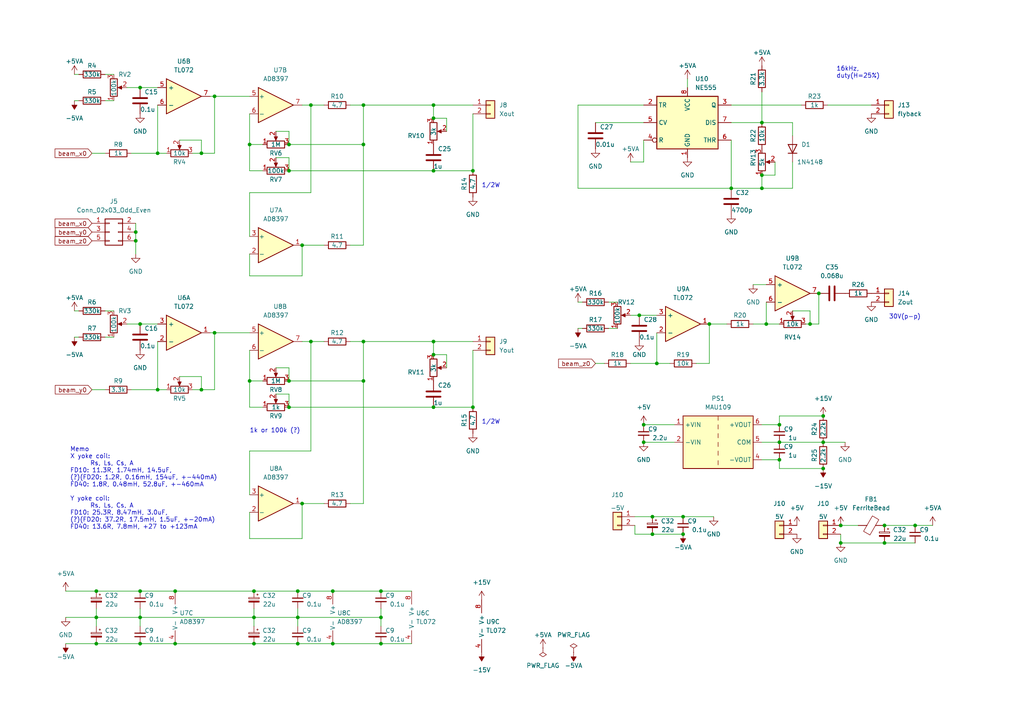
<source format=kicad_sch>
(kicad_sch (version 20230121) (generator eeschema)
  (paper "A4")
  (lib_symbols
    (symbol "000_MyLibrary:1N4148" (pin_numbers hide) (pin_names hide)
      (property "Reference" "D" (at 0 2.54 0))
      (property "Value" "1N4148" (at 0 -2.54 0))
      (symbol "1N4148_1_1"
        (pin passive line (at -3.81 0 0) (length 2.54) (name "K") (number "1"))
        (pin passive line (at 3.81 0 180) (length 2.54) (name "A") (number "2"))
      )
    )
    (symbol "000_MyLibrary:AD8397" (pin_names (offset 0.127))
      (property "Reference" "U" (at 0 5.08 0))
      (property "Value" "AD8397" (at 0 -5.08 0))
      (symbol "AD8397_1_1"
        (pin output line (at 7.62 0 180) (length 2.54) (name "~") (number "1"))
        (pin input line (at -7.62 -2.54 0) (length 2.54) (name "-") (number "2"))
        (pin input line (at -7.62 2.54 0) (length 2.54) (name "+") (number "3"))
      )
      (symbol "AD8397_2_1"
        (pin input line (at -7.62 2.54 0) (length 2.54) (name "+") (number "5"))
        (pin input line (at -7.62 -2.54 0) (length 2.54) (name "-") (number "6"))
        (pin output line (at 7.62 0 180) (length 2.54) (name "~") (number "7"))
      )
      (symbol "AD8397_3_1"
        (pin power_in line (at -2.54 -7.62 90) (length 3.81) (name "V-") (number "4"))
        (pin power_in line (at -2.54 7.62 270) (length 3.81) (name "V+") (number "8"))
      )
    )
    (symbol "000_MyLibrary:C" (pin_numbers hide) (pin_names (offset 0.254))
      (property "Reference" "C" (at 0.635 2.54 0))
      (property "Value" "C" (at 0.635 -2.54 0))
      (symbol "C_1_1"
        (pin passive line (at 0 3.81 270) (length 2.794) (name "~") (number "1"))
        (pin passive line (at 0 -3.81 90) (length 2.794) (name "~") (number "2"))
      )
    )
    (symbol "000_MyLibrary:Conn_01x02" (pin_names (offset 1.016) hide)
      (property "Reference" "J" (at 0 2.54 0))
      (property "Value" "Conn_01x02" (at 0 -5.08 0))
      (symbol "Conn_01x02_1_1"
        (pin passive line (at -5.08 0 0) (length 3.81) (name "Pin_1") (number "1"))
        (pin passive line (at -5.08 -2.54 0) (length 3.81) (name "Pin_2") (number "2"))
      )
    )
    (symbol "000_MyLibrary:Conn_02x03_Odd_Even" (pin_names (offset 1.016) hide)
      (property "Reference" "J" (at 1.27 5.08 0))
      (property "Value" "Conn_02x03_Odd_Even" (at 1.27 -5.08 0))
      (symbol "Conn_02x03_Odd_Even_1_1"
        (pin passive line (at -5.08 2.54 0) (length 3.81) (name "Pin_1") (number "1"))
        (pin passive line (at 7.62 2.54 180) (length 3.81) (name "Pin_2") (number "2"))
        (pin passive line (at -5.08 0 0) (length 3.81) (name "Pin_3") (number "3"))
        (pin passive line (at 7.62 0 180) (length 3.81) (name "Pin_4") (number "4"))
        (pin passive line (at -5.08 -2.54 0) (length 3.81) (name "Pin_5") (number "5"))
        (pin passive line (at 7.62 -2.54 180) (length 3.81) (name "Pin_6") (number "6"))
      )
    )
    (symbol "000_MyLibrary:FerriteBead" (pin_numbers hide) (pin_names (offset 0))
      (property "Reference" "FB" (at -3.81 0.635 90))
      (property "Value" "FerriteBead" (at 3.81 0 90))
      (symbol "FerriteBead_1_1"
        (pin passive line (at 0 3.81 270) (length 2.54) (name "~") (number "1"))
        (pin passive line (at 0 -3.81 90) (length 2.54) (name "~") (number "2"))
      )
    )
    (symbol "000_MyLibrary:MAU109"
      (property "Reference" "PS" (at 0 11.43 0))
      (property "Value" "MAU109" (at 0 8.89 0))
      (symbol "MAU109_1_1"
        (pin power_in line (at -12.7 5.08 0) (length 2.54) (name "+VIN") (number "1"))
        (pin power_in line (at -12.7 0 0) (length 2.54) (name "-VIN") (number "2"))
        (pin power_out line (at 12.7 -5.08 180) (length 2.54) (name "-VOUT") (number "4"))
        (pin passive line (at 12.7 0 180) (length 2.54) (name "COM") (number "5"))
        (pin power_out line (at 12.7 5.08 180) (length 2.54) (name "+VOUT") (number "6"))
      )
    )
    (symbol "000_MyLibrary:NE555P"
      (property "Reference" "U" (at -10.16 8.89 0))
      (property "Value" "NE555P" (at 2.54 8.89 0))
      (symbol "NE555P_0_0"
        (pin power_in line (at 0 -10.16 90) (length 2.54) (name "GND") (number "1"))
        (pin power_in line (at 0 10.16 270) (length 2.54) (name "VCC") (number "8"))
      )
      (symbol "NE555P_1_1"
        (pin input line (at -12.7 5.08 0) (length 3.81) (name "TR") (number "2"))
        (pin output line (at 12.7 5.08 180) (length 3.81) (name "Q") (number "3"))
        (pin input inverted (at -12.7 -5.08 0) (length 3.81) (name "R") (number "4"))
        (pin input line (at -12.7 0 0) (length 3.81) (name "CV") (number "5"))
        (pin input line (at 12.7 -5.08 180) (length 3.81) (name "THR") (number "6"))
        (pin input line (at 12.7 0 180) (length 3.81) (name "DIS") (number "7"))
      )
    )
    (symbol "000_MyLibrary:Opamp_Dual"
      (property "Reference" "U" (at 0 5.08 0))
      (property "Value" "Opamp_Dual" (at 0 -5.08 0))
      (symbol "Opamp_Dual_1_1"
        (pin output line (at 7.62 0 180) (length 2.54) (name "~") (number "1"))
        (pin input line (at -7.62 -2.54 0) (length 2.54) (name "-") (number "2"))
        (pin input line (at -7.62 2.54 0) (length 2.54) (name "+") (number "3"))
      )
      (symbol "Opamp_Dual_2_1"
        (pin input line (at -7.62 2.54 0) (length 2.54) (name "+") (number "5"))
        (pin input line (at -7.62 -2.54 0) (length 2.54) (name "-") (number "6"))
        (pin output line (at 7.62 0 180) (length 2.54) (name "~") (number "7"))
      )
      (symbol "Opamp_Dual_3_1"
        (pin power_in line (at -2.54 -7.62 90) (length 3.81) (name "V-") (number "4"))
        (pin power_in line (at -2.54 7.62 270) (length 3.81) (name "V+") (number "8"))
      )
    )
    (symbol "000_MyLibrary:R" (pin_numbers hide) (pin_names (offset 0))
      (property "Reference" "R" (at 2.032 0 90))
      (property "Value" "R" (at 0 0 90))
      (symbol "R_1_1"
        (pin passive line (at 0 3.81 270) (length 1.27) (name "~") (number "1"))
        (pin passive line (at 0 -3.81 90) (length 1.27) (name "~") (number "2"))
      )
    )
    (symbol "000_MyLibrary:R_Potentiometer" (pin_names (offset 1.016) hide)
      (property "Reference" "RV" (at -4.445 0 90))
      (property "Value" "R_Potentiometer" (at -2.54 0 90))
      (symbol "R_Potentiometer_1_1"
        (pin passive line (at 0 3.81 270) (length 1.27) (name "1") (number "1"))
        (pin passive line (at 3.81 0 180) (length 1.27) (name "2") (number "2"))
        (pin passive line (at 0 -3.81 90) (length 1.27) (name "3") (number "3"))
      )
    )
    (symbol "Device:C_Polarized_Small" (pin_numbers hide) (pin_names (offset 0.254) hide)
      (property "Reference" "C" (at 0.254 1.778 0))
      (property "Value" "C_Polarized_Small" (at 0.254 -2.032 0))
      (symbol "C_Polarized_Small_1_1"
        (pin passive line (at 0 2.54 270) (length 1.8542) (name "~") (number "1"))
        (pin passive line (at 0 -2.54 90) (length 1.8542) (name "~") (number "2"))
      )
    )
    (symbol "Device:C_Small" (pin_numbers hide) (pin_names (offset 0.254) hide)
      (property "Reference" "C" (at 0.254 1.778 0))
      (property "Value" "C_Small" (at 0.254 -2.032 0))
      (symbol "C_Small_1_1"
        (pin passive line (at 0 2.54 270) (length 2.032) (name "~") (number "1"))
        (pin passive line (at 0 -2.54 90) (length 2.032) (name "~") (number "2"))
      )
    )
    (symbol "power:+15V" (power) (pin_names (offset 0))
      (property "Value" "+15V" (at 0 3.556 0))
      (symbol "+15V_1_1"
        (pin power_in line (at 0 0 90) (length 0) hide (name "+15V") (number "1"))
      )
    )
    (symbol "power:+5V" (power) (pin_names (offset 0))
      (property "Value" "+5V" (at 0 3.556 0))
      (symbol "+5V_1_1"
        (pin power_in line (at 0 0 90) (length 0) hide (name "+5V") (number "1"))
      )
    )
    (symbol "power:+5VA" (power) (pin_names (offset 0))
      (property "Value" "+5VA" (at 0 3.556 0))
      (symbol "+5VA_1_1"
        (pin power_in line (at 0 0 90) (length 0) hide (name "+5VA") (number "1"))
      )
    )
    (symbol "power:-15V" (power) (pin_names (offset 0))
      (property "Value" "-15V" (at 0 3.81 0))
      (symbol "-15V_0_0"
        (pin power_in line (at 0 0 90) (length 0) hide (name "-15V") (number "1"))
      )
    )
    (symbol "power:-5VA" (power) (pin_names (offset 0))
      (property "Value" "-5VA" (at 0 3.81 0))
      (symbol "-5VA_0_0"
        (pin power_in line (at 0 0 90) (length 0) hide (name "-5VA") (number "1"))
      )
    )
    (symbol "power:GND" (power) (pin_names (offset 0))
      (property "Value" "GND" (at 0 -3.81 0))
      (symbol "GND_1_1"
        (pin power_in line (at 0 0 270) (length 0) hide (name "GND") (number "1"))
      )
    )
    (symbol "power:PWR_FLAG" (power) (pin_numbers hide) (pin_names (offset 0) hide)
      (property "Value" "PWR_FLAG" (at 0 3.81 0))
      (symbol "PWR_FLAG_0_0"
        (pin power_out line (at 0 0 90) (length 0) (name "pwr") (number "1"))
      )
    )
  )
  (junction (at 105.41 110.49))
  (junction (at 40.64 171.45))
  (junction (at 86.36 179.07))
  (junction (at 198.12 149.86))
  (junction (at 90.17 30.48))
  (junction (at 86.36 171.45))
  (junction (at 189.23 149.86))
  (junction (at 125.73 99.06))
  (junction (at 125.73 30.48))
  (junction (at 40.64 93.98))
  (junction (at 40.64 186.69))
  (junction (at 265.43 152.4))
  (junction (at 40.64 25.4))
  (junction (at 105.41 30.48))
  (junction (at 256.54 157.48))
  (junction (at 125.73 34.29))
  (junction (at 73.66 171.45))
  (junction (at 105.41 99.06))
  (junction (at 27.94 186.69))
  (junction (at 72.39 110.49))
  (junction (at 205.74 93.98))
  (junction (at 62.23 96.52))
  (junction (at 45.72 113.03))
  (junction (at 73.66 186.69))
  (junction (at 72.39 41.91))
  (junction (at 238.76 135.89))
  (junction (at 234.95 93.98))
  (junction (at 220.98 35.56))
  (junction (at 96.52 171.45))
  (junction (at 73.66 179.07))
  (junction (at 226.06 123.19))
  (junction (at 220.98 54.61))
  (junction (at 110.49 186.69))
  (junction (at 198.12 154.94))
  (junction (at 40.64 179.07))
  (junction (at 137.16 49.53))
  (junction (at 125.73 118.11))
  (junction (at 237.49 85.09))
  (junction (at 110.49 171.45))
  (junction (at 83.82 110.49))
  (junction (at 137.16 118.11))
  (junction (at 190.5 105.41))
  (junction (at 27.94 171.45))
  (junction (at 186.69 128.27))
  (junction (at 27.94 179.07))
  (junction (at 50.8 171.45))
  (junction (at 39.37 69.85))
  (junction (at 105.41 41.91))
  (junction (at 243.84 157.48))
  (junction (at 256.54 152.4))
  (junction (at 125.73 102.87))
  (junction (at 222.25 93.98))
  (junction (at 50.8 186.69))
  (junction (at 238.76 120.65))
  (junction (at 39.37 67.31))
  (junction (at 243.84 152.4))
  (junction (at 58.42 113.03))
  (junction (at 96.52 186.69))
  (junction (at 83.82 49.53))
  (junction (at 186.69 123.19))
  (junction (at 238.76 128.27))
  (junction (at 83.82 118.11))
  (junction (at 87.63 146.05))
  (junction (at 226.06 133.35))
  (junction (at 87.63 71.12))
  (junction (at 125.73 49.53))
  (junction (at 212.09 54.61))
  (junction (at 62.23 27.94))
  (junction (at 58.42 44.45))
  (junction (at 185.42 91.44))
  (junction (at 45.72 44.45))
  (junction (at 220.98 50.8))
  (junction (at 83.82 41.91))
  (junction (at 189.23 154.94))
  (junction (at 226.06 128.27))
  (junction (at 90.17 99.06))
  (junction (at 86.36 186.69))
  (junction (at 110.49 179.07))
  (wire (pts (xy 72.39 148.59) (xy 72.39 156.21)))
  (wire (pts (xy 55.88 113.03) (xy 58.42 113.03)))
  (wire (pts (xy 62.23 27.94) (xy 62.23 44.45)))
  (wire (pts (xy 83.82 106.68) (xy 83.82 110.49)))
  (wire (pts (xy 222.25 87.63) (xy 222.25 93.98)))
  (wire (pts (xy 83.82 49.53) (xy 125.73 49.53)))
  (wire (pts (xy 205.74 93.98) (xy 210.82 93.98)))
  (wire (pts (xy 86.36 181.61) (xy 86.36 179.07)))
  (wire (pts (xy 86.36 186.69) (xy 96.52 186.69)))
  (wire (pts (xy 21.59 29.21) (xy 22.86 29.21)))
  (wire (pts (xy 110.49 176.53) (xy 110.49 179.07)))
  (wire (pts (xy 50.8 171.45) (xy 73.66 171.45)))
  (wire (pts (xy 229.87 35.56) (xy 229.87 39.37)))
  (wire (pts (xy 62.23 27.94) (xy 72.39 27.94)))
  (wire (pts (xy 198.12 149.86) (xy 207.01 149.86)))
  (wire (pts (xy 105.41 110.49) (xy 105.41 146.05)))
  (wire (pts (xy 226.06 120.65) (xy 238.76 120.65)))
  (wire (pts (xy 72.39 55.88) (xy 90.17 55.88)))
  (wire (pts (xy 229.87 54.61) (xy 229.87 46.99)))
  (wire (pts (xy 105.41 30.48) (xy 105.41 41.91)))
  (wire (pts (xy 233.68 93.98) (xy 234.95 93.98)))
  (wire (pts (xy 73.66 176.53) (xy 73.66 179.07)))
  (wire (pts (xy 86.36 176.53) (xy 86.36 179.07)))
  (wire (pts (xy 19.05 179.07) (xy 27.94 179.07)))
  (wire (pts (xy 73.66 179.07) (xy 86.36 179.07)))
  (wire (pts (xy 243.84 154.94) (xy 243.84 157.48)))
  (wire (pts (xy 218.44 82.55) (xy 222.25 82.55)))
  (wire (pts (xy 232.41 30.48) (xy 212.09 30.48)))
  (wire (pts (xy 58.42 44.45) (xy 62.23 44.45)))
  (wire (pts (xy 87.63 99.06) (xy 90.17 99.06)))
  (wire (pts (xy 186.69 30.48) (xy 167.64 30.48)))
  (wire (pts (xy 36.83 93.98) (xy 40.64 93.98)))
  (wire (pts (xy 185.42 91.44) (xy 190.5 91.44)))
  (wire (pts (xy 27.94 176.53) (xy 27.94 179.07)))
  (wire (pts (xy 50.8 186.69) (xy 73.66 186.69)))
  (wire (pts (xy 105.41 30.48) (xy 125.73 30.48)))
  (wire (pts (xy 220.98 50.8) (xy 220.98 54.61)))
  (wire (pts (xy 176.53 95.25) (xy 179.07 95.25)))
  (wire (pts (xy 212.09 40.64) (xy 212.09 54.61)))
  (wire (pts (xy 96.52 171.45) (xy 110.49 171.45)))
  (wire (pts (xy 38.1 113.03) (xy 45.72 113.03)))
  (wire (pts (xy 101.6 146.05) (xy 105.41 146.05)))
  (wire (pts (xy 27.94 186.69) (xy 40.64 186.69)))
  (wire (pts (xy 90.17 130.81) (xy 72.39 130.81)))
  (wire (pts (xy 72.39 130.81) (xy 72.39 143.51)))
  (wire (pts (xy 19.05 171.45) (xy 27.94 171.45)))
  (wire (pts (xy 125.73 49.53) (xy 137.16 49.53)))
  (wire (pts (xy 176.53 87.63) (xy 179.07 87.63)))
  (wire (pts (xy 105.41 99.06) (xy 125.73 99.06)))
  (wire (pts (xy 21.59 21.59) (xy 22.86 21.59)))
  (wire (pts (xy 172.72 35.56) (xy 186.69 35.56)))
  (wire (pts (xy 40.64 25.4) (xy 45.72 25.4)))
  (wire (pts (xy 90.17 30.48) (xy 90.17 55.88)))
  (wire (pts (xy 222.25 93.98) (xy 226.06 93.98)))
  (wire (pts (xy 105.41 71.12) (xy 101.6 71.12)))
  (wire (pts (xy 86.36 171.45) (xy 96.52 171.45)))
  (wire (pts (xy 40.64 186.69) (xy 50.8 186.69)))
  (wire (pts (xy 186.69 128.27) (xy 195.58 128.27)))
  (wire (pts (xy 72.39 156.21) (xy 87.63 156.21)))
  (wire (pts (xy 58.42 40.64) (xy 58.42 44.45)))
  (wire (pts (xy 125.73 118.11) (xy 137.16 118.11)))
  (wire (pts (xy 167.64 30.48) (xy 167.64 54.61)))
  (wire (pts (xy 55.88 44.45) (xy 58.42 44.45)))
  (wire (pts (xy 186.69 123.19) (xy 195.58 123.19)))
  (wire (pts (xy 220.98 35.56) (xy 229.87 35.56)))
  (wire (pts (xy 129.54 34.29) (xy 125.73 34.29)))
  (wire (pts (xy 83.82 114.3) (xy 83.82 118.11)))
  (wire (pts (xy 234.95 93.98) (xy 237.49 93.98)))
  (wire (pts (xy 80.01 106.68) (xy 83.82 106.68)))
  (wire (pts (xy 220.98 128.27) (xy 226.06 128.27)))
  (wire (pts (xy 73.66 186.69) (xy 86.36 186.69)))
  (wire (pts (xy 125.73 99.06) (xy 137.16 99.06)))
  (wire (pts (xy 39.37 69.85) (xy 39.37 73.66)))
  (wire (pts (xy 238.76 128.27) (xy 245.11 128.27)))
  (wire (pts (xy 30.48 21.59) (xy 33.02 21.59)))
  (wire (pts (xy 87.63 71.12) (xy 93.98 71.12)))
  (wire (pts (xy 184.15 149.86) (xy 189.23 149.86)))
  (wire (pts (xy 129.54 38.1) (xy 129.54 34.29)))
  (wire (pts (xy 52.07 109.22) (xy 58.42 109.22)))
  (wire (pts (xy 234.95 90.17) (xy 234.95 93.98)))
  (wire (pts (xy 189.23 149.86) (xy 198.12 149.86)))
  (wire (pts (xy 39.37 64.77) (xy 39.37 67.31)))
  (wire (pts (xy 220.98 50.8) (xy 224.79 50.8)))
  (wire (pts (xy 182.88 46.99) (xy 186.69 46.99)))
  (wire (pts (xy 220.98 123.19) (xy 226.06 123.19)))
  (wire (pts (xy 27.94 179.07) (xy 40.64 179.07)))
  (wire (pts (xy 76.2 110.49) (xy 72.39 110.49)))
  (wire (pts (xy 184.15 152.4) (xy 184.15 154.94)))
  (wire (pts (xy 60.96 96.52) (xy 62.23 96.52)))
  (wire (pts (xy 190.5 105.41) (xy 194.31 105.41)))
  (wire (pts (xy 243.84 157.48) (xy 256.54 157.48)))
  (wire (pts (xy 90.17 30.48) (xy 93.98 30.48)))
  (wire (pts (xy 40.64 179.07) (xy 73.66 179.07)))
  (wire (pts (xy 27.94 181.61) (xy 27.94 179.07)))
  (wire (pts (xy 83.82 38.1) (xy 83.82 41.91)))
  (wire (pts (xy 125.73 99.06) (xy 125.73 102.87)))
  (wire (pts (xy 229.87 90.17) (xy 234.95 90.17)))
  (wire (pts (xy 175.26 105.41) (xy 172.72 105.41)))
  (wire (pts (xy 58.42 109.22) (xy 58.42 113.03)))
  (wire (pts (xy 76.2 49.53) (xy 72.39 49.53)))
  (wire (pts (xy 265.43 152.4) (xy 270.51 152.4)))
  (wire (pts (xy 137.16 101.6) (xy 137.16 118.11)))
  (wire (pts (xy 30.48 29.21) (xy 33.02 29.21)))
  (wire (pts (xy 167.64 54.61) (xy 212.09 54.61)))
  (wire (pts (xy 62.23 96.52) (xy 72.39 96.52)))
  (wire (pts (xy 110.49 179.07) (xy 110.49 181.61)))
  (wire (pts (xy 86.36 179.07) (xy 110.49 179.07)))
  (wire (pts (xy 105.41 99.06) (xy 105.41 110.49)))
  (wire (pts (xy 30.48 90.17) (xy 33.02 90.17)))
  (wire (pts (xy 80.01 114.3) (xy 83.82 114.3)))
  (wire (pts (xy 27.94 171.45) (xy 40.64 171.45)))
  (wire (pts (xy 205.74 93.98) (xy 205.74 105.41)))
  (wire (pts (xy 226.06 135.89) (xy 238.76 135.89)))
  (wire (pts (xy 125.73 30.48) (xy 125.73 34.29)))
  (wire (pts (xy 36.83 25.4) (xy 40.64 25.4)))
  (wire (pts (xy 40.64 93.98) (xy 45.72 93.98)))
  (wire (pts (xy 87.63 71.12) (xy 87.63 80.01)))
  (wire (pts (xy 76.2 118.11) (xy 72.39 118.11)))
  (wire (pts (xy 129.54 102.87) (xy 125.73 102.87)))
  (wire (pts (xy 220.98 26.67) (xy 220.98 35.56)))
  (wire (pts (xy 60.96 27.94) (xy 62.23 27.94)))
  (wire (pts (xy 129.54 106.68) (xy 129.54 102.87)))
  (wire (pts (xy 125.73 30.48) (xy 137.16 30.48)))
  (wire (pts (xy 83.82 110.49) (xy 105.41 110.49)))
  (wire (pts (xy 189.23 154.94) (xy 198.12 154.94)))
  (wire (pts (xy 40.64 171.45) (xy 50.8 171.45)))
  (wire (pts (xy 30.48 97.79) (xy 33.02 97.79)))
  (wire (pts (xy 21.59 90.17) (xy 22.86 90.17)))
  (wire (pts (xy 167.64 95.25) (xy 168.91 95.25)))
  (wire (pts (xy 226.06 123.19) (xy 226.06 120.65)))
  (wire (pts (xy 182.88 91.44) (xy 185.42 91.44)))
  (wire (pts (xy 105.41 41.91) (xy 105.41 71.12)))
  (wire (pts (xy 87.63 146.05) (xy 87.63 156.21)))
  (wire (pts (xy 73.66 171.45) (xy 86.36 171.45)))
  (wire (pts (xy 243.84 152.4) (xy 248.92 152.4)))
  (wire (pts (xy 48.26 44.45) (xy 45.72 44.45)))
  (wire (pts (xy 226.06 128.27) (xy 238.76 128.27)))
  (wire (pts (xy 184.15 154.94) (xy 189.23 154.94)))
  (wire (pts (xy 72.39 73.66) (xy 72.39 80.01)))
  (wire (pts (xy 90.17 99.06) (xy 90.17 130.81)))
  (wire (pts (xy 72.39 80.01) (xy 87.63 80.01)))
  (wire (pts (xy 58.42 113.03) (xy 62.23 113.03)))
  (wire (pts (xy 212.09 35.56) (xy 220.98 35.56)))
  (wire (pts (xy 182.88 105.41) (xy 190.5 105.41)))
  (wire (pts (xy 48.26 113.03) (xy 45.72 113.03)))
  (wire (pts (xy 83.82 41.91) (xy 105.41 41.91)))
  (wire (pts (xy 80.01 45.72) (xy 83.82 45.72)))
  (wire (pts (xy 72.39 68.58) (xy 72.39 55.88)))
  (wire (pts (xy 167.64 87.63) (xy 168.91 87.63)))
  (wire (pts (xy 40.64 181.61) (xy 40.64 179.07)))
  (wire (pts (xy 45.72 44.45) (xy 45.72 30.48)))
  (wire (pts (xy 224.79 46.99) (xy 224.79 50.8)))
  (wire (pts (xy 240.03 30.48) (xy 252.73 30.48)))
  (wire (pts (xy 76.2 41.91) (xy 72.39 41.91)))
  (wire (pts (xy 38.1 44.45) (xy 45.72 44.45)))
  (wire (pts (xy 72.39 33.02) (xy 72.39 41.91)))
  (wire (pts (xy 26.67 113.03) (xy 30.48 113.03)))
  (wire (pts (xy 45.72 99.06) (xy 45.72 113.03)))
  (wire (pts (xy 83.82 45.72) (xy 83.82 49.53)))
  (wire (pts (xy 87.63 146.05) (xy 93.98 146.05)))
  (wire (pts (xy 218.44 93.98) (xy 222.25 93.98)))
  (wire (pts (xy 237.49 93.98) (xy 237.49 85.09)))
  (wire (pts (xy 96.52 186.69) (xy 110.49 186.69)))
  (wire (pts (xy 212.09 54.61) (xy 220.98 54.61)))
  (wire (pts (xy 226.06 133.35) (xy 226.06 135.89)))
  (wire (pts (xy 90.17 99.06) (xy 93.98 99.06)))
  (wire (pts (xy 256.54 152.4) (xy 265.43 152.4)))
  (wire (pts (xy 201.93 105.41) (xy 205.74 105.41)))
  (wire (pts (xy 137.16 33.02) (xy 137.16 49.53)))
  (wire (pts (xy 87.63 30.48) (xy 90.17 30.48)))
  (wire (pts (xy 186.69 40.64) (xy 186.69 46.99)))
  (wire (pts (xy 110.49 171.45) (xy 119.38 171.45)))
  (wire (pts (xy 52.07 40.64) (xy 58.42 40.64)))
  (wire (pts (xy 62.23 113.03) (xy 62.23 96.52)))
  (wire (pts (xy 21.59 97.79) (xy 22.86 97.79)))
  (wire (pts (xy 220.98 54.61) (xy 229.87 54.61)))
  (wire (pts (xy 80.01 38.1) (xy 83.82 38.1)))
  (wire (pts (xy 101.6 99.06) (xy 105.41 99.06)))
  (wire (pts (xy 220.98 133.35) (xy 226.06 133.35)))
  (wire (pts (xy 110.49 186.69) (xy 119.38 186.69)))
  (wire (pts (xy 72.39 41.91) (xy 72.39 49.53)))
  (wire (pts (xy 83.82 118.11) (xy 125.73 118.11)))
  (wire (pts (xy 72.39 101.6) (xy 72.39 110.49)))
  (wire (pts (xy 72.39 110.49) (xy 72.39 118.11)))
  (wire (pts (xy 39.37 67.31) (xy 39.37 69.85)))
  (wire (pts (xy 199.39 22.86) (xy 199.39 25.4)))
  (wire (pts (xy 190.5 96.52) (xy 190.5 105.41)))
  (wire (pts (xy 40.64 176.53) (xy 40.64 179.07)))
  (wire (pts (xy 73.66 181.61) (xy 73.66 179.07)))
  (wire (pts (xy 19.05 186.69) (xy 27.94 186.69)))
  (wire (pts (xy 256.54 157.48) (xy 265.43 157.48)))
  (wire (pts (xy 26.67 44.45) (xy 30.48 44.45)))
  (wire (pts (xy 105.41 30.48) (xy 101.6 30.48)))
  (text "1k or 100k (?)" (at 72.39 125.73 0) (effects (font (size 1.27 1.27)) (justify left bottom)))
  (text "30V(p-p)" (at 257.81 92.71 0) (effects (font (size 1.27 1.27)) (justify left bottom)))
  (text "16kHz,\nduty(H=25%)" (at 242.57 22.86 0) (effects (font (size 1.27 1.27)) (justify left bottom)))
  (text "1/2W" (at 139.7 54.61 0) (effects (font (size 1.27 1.27)) (justify left bottom)))
  (text "1/2W" (at 139.7 123.19 0) (effects (font (size 1.27 1.27)) (justify left bottom)))
  (text "Memo\nX yoke coil:\n      Rs, Ls, Cs, A\nFD10: 11.3R, 1.74mH, 14.5uF, \n(?)(FD20: 1.2R, 0.16mH, 154uF, +-440mA)\nFD40: 1.8R, 0.48mH, 52.8uF, +-460mA\n\nY yoke coil:\n      Rs, Ls, Cs, A\nFD10: 25.3R, 8.47mH, 3.0uF,\n(?)(FD20: 37.2R, 17.5mH, 1.5uF, +-20mA)\nFD40: 13.6R, 7.8mH, +27 to +123mA" (at 20.32 153.67 0) (effects (font (size 1.27 1.27)) (justify left bottom)))
  (global_label "beam_z0" (shape input) (at 172.72 105.41 180) (property "Intersheetrefs" "${INTERSHEET_REFS}" (effects hide)))
  (global_label "beam_y0" (shape input) (at 26.67 67.31 180) (property "Intersheetrefs" "${INTERSHEET_REFS}" (effects hide)))
  (global_label "beam_x0" (shape input) (at 26.67 44.45 180) (property "Intersheetrefs" "${INTERSHEET_REFS}" (effects hide)))
  (global_label "beam_z0" (shape input) (at 26.67 69.85 180) (property "Intersheetrefs" "${INTERSHEET_REFS}" (effects hide)))
  (global_label "beam_y0" (shape input) (at 26.67 113.03 180) (property "Intersheetrefs" "${INTERSHEET_REFS}" (effects hide)))
  (global_label "beam_x0" (shape input) (at 26.67 64.77 180) (property "Intersheetrefs" "${INTERSHEET_REFS}" (effects hide)))
  (symbol (lib_id "Device:C_Small") (at 226.06 125.73 0) (unit 1)
    (property "Reference" "C9" (at 227.33 124.46 0) (effects (justify left)))
    (property "Value" "1u" (at 228.6 127 0) (effects (justify left)))
    (property "Footprint" "000_MyFootprint:C_0603_1608Metric_Pad1.08x0.95mm_HandSolder" (effects hide))
    (instances (project "tangnano20k-vectrex" (path "" (reference "C9") (unit 1)) (path "" (reference "C33") (unit 1))))
  )
  (symbol (lib_id "power:+5VA") (at 167.64 87.63 0) (unit 1)
    (property "Reference" "#PWR052" (effects hide))
    (property "Value" "+5VA" (at 167.64 83.82 0))
    (instances (project "tangnano20k-vectrex" (path "" (reference "#PWR052") (unit 1))) (project "XYamp" (path "" (reference "#PWR04") (unit 1))))
  )
  (symbol (lib_id "000_MyLibrary:Opamp_Dual") (at 229.87 85.09 0) (unit 2)
    (property "Reference" "U9" (at 229.87 74.93 0))
    (property "Value" "TL072" (at 229.87 77.47 0))
    (property "Footprint" "000_MyFootprint:DIP-8_W7.62mm" (effects hide))
    (instances (project "tangnano20k-vectrex" (path "" (reference "U9") (unit 2))) (project "XYamp" (path "" (reference "U4") (unit 2))))
  )
  (symbol (lib_id "power:+15V") (at 238.76 120.65 0) (unit 1)
    (property "Reference" "#PWR068" (effects hide))
    (property "Value" "+15V" (at 238.76 115.57 0))
    (instances (project "tangnano20k-vectrex" (path "" (reference "#PWR068") (unit 1))) (project "XYamp" (path "" (reference "#PWR011") (unit 1))))
  )
  (symbol (lib_id "Device:C_Polarized_Small") (at 73.66 173.99 0) (mirror y) (unit 1)
    (property "Reference" "C32" (at 80.01 172.72 0) (effects (justify left)))
    (property "Value" "22u" (at 80.01 175.26 0) (effects (justify left)))
    (property "Footprint" "000_MyFootprint:CP_EIA-3528-15_AVX-H_Pad1.50x2.35mm_HandSolder" (effects hide))
    (instances (project "tangnano20k-vectrex" (path "" (reference "C32") (unit 1)) (path "" (reference "C19") (unit 1))))
  )
  (symbol (lib_id "Device:C_Polarized_Small") (at 189.23 152.4 0) (mirror y) (unit 1)
    (property "Reference" "C32" (at 195.58 151.13 0) (effects (justify left)))
    (property "Value" "22u" (at 195.58 153.67 0) (effects (justify left)))
    (property "Footprint" "000_MyFootprint:CP_EIA-3528-15_AVX-H_Pad1.50x2.35mm_HandSolder" (effects hide))
    (instances (project "tangnano20k-vectrex" (path "" (reference "C32") (unit 1)) (path "" (reference "C30") (unit 1))))
  )
  (symbol (lib_id "Device:C_Small") (at 40.64 184.15 0) (unit 1)
    (property "Reference" "C9" (at 41.91 182.88 0) (effects (justify left)))
    (property "Value" "0.1u" (at 43.18 185.42 0) (effects (justify left)))
    (property "Footprint" "000_MyFootprint:C_0603_1608Metric_Pad1.08x0.95mm_HandSolder" (effects hide))
    (instances (project "tangnano20k-vectrex" (path "" (reference "C9") (unit 1)) (path "" (reference "C18") (unit 1))))
  )
  (symbol (lib_id "000_MyLibrary:NE555P") (at 199.39 35.56 0) (unit 1)
    (property "Reference" "U10" (at 201.5841 22.86 0) (effects (justify left)))
    (property "Value" "NE555" (at 201.5841 25.4 0) (effects (justify left)))
    (property "Footprint" "000_MyFootprint:DIP-8_W7.62mm" (effects hide))
    (property "Datasheet" "http://www.ti.com/lit/ds/symlink/ne555.pdf" (effects hide))
    (instances (project "tangnano20k-vectrex" (path "" (reference "U10") (unit 1))) (project "XYamp" (path "" (reference "U2") (unit 1))))
  )
  (symbol (lib_id "power:GND") (at 252.73 33.02 0) (unit 1)
    (property "Reference" "#PWR073" (effects hide))
    (property "Value" "GND" (at 252.73 38.1 0))
    (instances (project "tangnano20k-vectrex" (path "" (reference "#PWR073") (unit 1))) (project "XYamp" (path "" (reference "#PWR09") (unit 1))))
  )
  (symbol (lib_id "power:GND") (at 40.64 33.02 0) (unit 1)
    (property "Reference" "#PWR044" (effects hide))
    (property "Value" "GND" (at 40.64 38.1 0))
    (instances (project "tangnano20k-vectrex" (path "" (reference "#PWR044") (unit 1))) (project "XYamp" (path "" (reference "#PWR09") (unit 1))))
  )
  (symbol (lib_id "000_MyLibrary:R") (at 26.67 97.79 90) (unit 1)
    (property "Reference" "R7" (at 26.67 95.25 90))
    (property "Value" "330k" (at 26.67 97.79 90))
    (property "Footprint" "000_MyFootprint:R_Axial_DIN0207_L6.3mm_D2.5mm_P2.54mm_Vertical" (effects hide))
    (instances (project "tangnano20k-vectrex" (path "" (reference "R7") (unit 1))) (project "XYamp" (path "" (reference "R3") (unit 1))))
  )
  (symbol (lib_id "000_MyLibrary:Conn_01x02") (at 179.07 149.86 0) (mirror y) (unit 1)
    (property "Reference" "J10" (at 179.07 143.51 0))
    (property "Value" "-5V" (at 179.07 147.32 0))
    (property "Footprint" "000_MyFootprint:PinHeader_1x02_P2.54mm_Vertical" (effects hide))
  )
  (symbol (lib_id "Device:C_Small") (at 226.06 130.81 0) (unit 1)
    (property "Reference" "C9" (at 227.33 129.54 0) (effects (justify left)))
    (property "Value" "1u" (at 228.6 132.08 0) (effects (justify left)))
    (property "Footprint" "000_MyFootprint:C_0603_1608Metric_Pad1.08x0.95mm_HandSolder" (effects hide))
    (instances (project "tangnano20k-vectrex" (path "" (reference "C9") (unit 1)) (path "" (reference "C34") (unit 1))))
  )
  (symbol (lib_id "000_MyLibrary:R") (at 172.72 87.63 90) (unit 1)
    (property "Reference" "R16" (at 172.72 85.09 90))
    (property "Value" "330k" (at 172.72 87.63 90))
    (property "Footprint" "000_MyFootprint:R_Axial_DIN0207_L6.3mm_D2.5mm_P2.54mm_Vertical" (effects hide))
    (instances (project "tangnano20k-vectrex" (path "" (reference "R16") (unit 1))) (project "XYamp" (path "" (reference "R3") (unit 1))))
  )
  (symbol (lib_id "power:PWR_FLAG") (at 166.37 189.23 0) (mirror y) (unit 1)
    (property "Reference" "#FLG04" (effects hide))
    (property "Value" "PWR_FLAG" (at 166.37 184.15 0))
    (instances (project "tangnano20k-vectrex" (path "" (reference "#FLG04") (unit 1)) (path "" (reference "#FLG06") (unit 1))))
  )
  (symbol (lib_id "Device:C_Small") (at 86.36 184.15 0) (unit 1)
    (property "Reference" "C9" (at 87.63 182.88 0) (effects (justify left)))
    (property "Value" "0.1u" (at 88.9 185.42 0) (effects (justify left)))
    (property "Footprint" "000_MyFootprint:C_0603_1608Metric_Pad1.08x0.95mm_HandSolder" (effects hide))
    (instances (project "tangnano20k-vectrex" (path "" (reference "C9") (unit 1)) (path "" (reference "C22") (unit 1))))
  )
  (symbol (lib_id "000_MyLibrary:R") (at 34.29 113.03 90) (unit 1)
    (property "Reference" "R9" (at 34.29 110.49 90))
    (property "Value" "3.3k" (at 34.29 113.03 90))
    (property "Footprint" "000_MyFootprint:R_Axial_DIN0207_L6.3mm_D2.5mm_P2.54mm_Vertical" (effects hide))
    (instances (project "tangnano20k-vectrex" (path "" (reference "R9") (unit 1))) (project "XYamp" (path "" (reference "R2") (unit 1))))
  )
  (symbol (lib_id "power:PWR_FLAG") (at 157.48 187.96 180) (unit 1)
    (property "Reference" "#FLG04" (effects hide))
    (property "Value" "PWR_FLAG" (at 157.48 193.04 0))
    (instances (project "tangnano20k-vectrex" (path "" (reference "#FLG04") (unit 1)) (path "" (reference "#FLG05") (unit 1))))
  )
  (symbol (lib_id "power:GND") (at 40.64 101.6 0) (unit 1)
    (property "Reference" "#PWR045" (effects hide))
    (property "Value" "GND" (at 40.64 106.68 0))
    (instances (project "tangnano20k-vectrex" (path "" (reference "#PWR045") (unit 1))) (project "XYamp" (path "" (reference "#PWR09") (unit 1))))
  )
  (symbol (lib_id "power:-5VA") (at 167.64 95.25 180) (unit 1)
    (property "Reference" "#PWR053" (effects hide))
    (property "Value" "-5VA" (at 167.64 100.33 0))
    (instances (project "tangnano20k-vectrex" (path "" (reference "#PWR053") (unit 1))) (project "XYamp" (path "" (reference "#PWR08") (unit 1))))
  )
  (symbol (lib_id "power:+5V") (at 243.84 152.4 0) (unit 1)
    (property "Reference" "#PWR021" (effects hide))
    (property "Value" "+5V" (at 243.84 147.32 0))
    (instances (project "tangnano20k-vectrex" (path "" (reference "#PWR021") (unit 1)) (path "" (reference "#PWR070") (unit 1))))
  )
  (symbol (lib_id "000_MyLibrary:R") (at 220.98 39.37 180) (unit 1)
    (property "Reference" "R22" (at 218.44 39.37 90))
    (property "Value" "10k" (at 220.98 39.37 90))
    (property "Footprint" "000_MyFootprint:R_Axial_DIN0207_L6.3mm_D2.5mm_P2.54mm_Vertical" (effects hide))
    (instances (project "tangnano20k-vectrex" (path "" (reference "R22") (unit 1))) (project "XYamp" (path "" (reference "R5") (unit 1))))
  )
  (symbol (lib_id "power:+5VA") (at 21.59 21.59 0) (unit 1)
    (property "Reference" "#PWR039" (effects hide))
    (property "Value" "+5VA" (at 21.59 17.78 0))
    (instances (project "tangnano20k-vectrex" (path "" (reference "#PWR039") (unit 1))) (project "XYamp" (path "" (reference "#PWR04") (unit 1))))
  )
  (symbol (lib_id "000_MyLibrary:Opamp_Dual") (at 142.24 181.61 0) (unit 3)
    (property "Reference" "U9" (at 140.97 180.34 0) (effects (justify left)))
    (property "Value" "TL072" (at 140.97 182.88 0) (effects (justify left)))
    (property "Footprint" "000_MyFootprint:DIP-8_W7.62mm" (effects hide))
    (instances (project "tangnano20k-vectrex" (path "" (reference "U9") (unit 3))) (project "XYamp" (path "" (reference "U4") (unit 3))))
  )
  (symbol (lib_id "000_MyLibrary:C") (at 125.73 45.72 0) (unit 1)
    (property "Reference" "C25" (at 127 43.18 0) (effects (justify left)))
    (property "Value" "1u" (at 125.73 48.26 0) (effects (justify left)))
    (property "Footprint" "000_MyFootprint:C_Disc_D4.7mm_W2.5mm_P5.00mm" (effects hide))
    (instances (project "tangnano20k-vectrex" (path "" (reference "C25") (unit 1))) (project "XYamp" (path "" (reference "C2") (unit 1))))
  )
  (symbol (lib_id "Device:C_Small") (at 86.36 173.99 0) (unit 1)
    (property "Reference" "C9" (at 87.63 172.72 0) (effects (justify left)))
    (property "Value" "0.1u" (at 88.9 175.26 0) (effects (justify left)))
    (property "Footprint" "000_MyFootprint:C_0603_1608Metric_Pad1.08x0.95mm_HandSolder" (effects hide))
    (instances (project "tangnano20k-vectrex" (path "" (reference "C9") (unit 1)) (path "" (reference "C21") (unit 1))))
  )
  (symbol (lib_id "000_MyLibrary:R") (at 238.76 124.46 180) (unit 1)
    (property "Reference" "R24" (at 236.22 124.46 90))
    (property "Value" "2.2k" (at 238.76 124.46 90))
    (property "Footprint" "000_MyFootprint:R_Axial_DIN0207_L6.3mm_D2.5mm_P2.54mm_Vertical" (effects hide))
    (instances (project "tangnano20k-vectrex" (path "" (reference "R24") (unit 1))) (project "XYamp" (path "" (reference "R9") (unit 1))))
  )
  (symbol (lib_id "000_MyLibrary:R") (at 97.79 71.12 90) (unit 1)
    (property "Reference" "R11" (at 97.79 68.58 90))
    (property "Value" "4.7" (at 97.79 71.12 90))
    (property "Footprint" "000_MyFootprint:R_Axial_DIN0207_L6.3mm_D2.5mm_P2.54mm_Vertical" (effects hide))
    (instances (project "tangnano20k-vectrex" (path "" (reference "R11") (unit 1))) (project "XYamp" (path "" (reference "R8") (unit 1))))
  )
  (symbol (lib_id "000_MyLibrary:R") (at 248.92 85.09 90) (unit 1)
    (property "Reference" "R26" (at 248.92 82.55 90))
    (property "Value" "1k" (at 248.92 85.09 90))
    (property "Footprint" "000_MyFootprint:R_Axial_DIN0207_L6.3mm_D2.5mm_P2.54mm_Vertical" (effects hide))
    (instances (project "tangnano20k-vectrex" (path "" (reference "R26") (unit 1))) (project "XYamp" (path "" (reference "R14") (unit 1))))
  )
  (symbol (lib_id "000_MyLibrary:R") (at 172.72 95.25 90) (unit 1)
    (property "Reference" "R17" (at 172.72 92.71 90))
    (property "Value" "330k" (at 172.72 95.25 90))
    (property "Footprint" "000_MyFootprint:R_Axial_DIN0207_L6.3mm_D2.5mm_P2.54mm_Vertical" (effects hide))
    (instances (project "tangnano20k-vectrex" (path "" (reference "R17") (unit 1))) (project "XYamp" (path "" (reference "R3") (unit 1))))
  )
  (symbol (lib_id "power:GND") (at 218.44 82.55 0) (unit 1)
    (property "Reference" "#PWR064" (effects hide))
    (property "Value" "GND" (at 218.44 87.63 0))
    (instances (project "tangnano20k-vectrex" (path "" (reference "#PWR064") (unit 1))) (project "XYamp" (path "" (reference "#PWR025") (unit 1))))
  )
  (symbol (lib_id "000_MyLibrary:AD8397") (at 53.34 179.07 0) (unit 3)
    (property "Reference" "U7" (at 52.07 177.8 0) (effects (justify left)))
    (property "Value" "AD8397" (at 52.07 180.34 0) (effects (justify left)))
    (property "Footprint" "000_MyFootprint:DIP-8_W7.62mm_with_SOP8_with_heatpadhole" (effects hide))
    (property "Datasheet" "https://www.analog.com/media/en/technical-documentation/data-sheets/AD8397.pdf" (effects hide))
    (instances (project "tangnano20k-vectrex" (path "" (reference "U7") (unit 3))) (project "XYamp" (path "" (reference "U1") (unit 3))))
  )
  (symbol (lib_id "000_MyLibrary:R") (at 137.16 121.92 180) (unit 1)
    (property "Reference" "R15" (at 134.62 121.92 90))
    (property "Value" "4.7" (at 137.16 121.92 90))
    (property "Footprint" "000_MyFootprint:R_Axial_DIN0207_L6.3mm_D2.5mm_P2.54mm_Vertical" (effects hide))
    (instances (project "tangnano20k-vectrex" (path "" (reference "R15") (unit 1))) (project "XYamp" (path "" (reference "R17") (unit 1))))
  )
  (symbol (lib_id "000_MyLibrary:1N4148") (at 229.87 43.18 90) (unit 1)
    (property "Reference" "D1" (at 232.41 41.91 90) (effects (justify right)))
    (property "Value" "1N4148" (at 231.14 46.99 90) (effects (justify right)))
    (property "Footprint" "000_MyFootprint:D_DO-35_SOD27_P2.54mm_Vertical_AnodeUp" (effects hide))
    (property "Sim.Device" "D" (effects hide))
    (property "Sim.Pins" "1=K 2=A" (effects hide))
  )
  (symbol (lib_id "power:GND") (at 245.11 128.27 0) (unit 1)
    (property "Reference" "#PWR072" (effects hide))
    (property "Value" "GND" (at 245.11 133.35 0))
    (instances (project "tangnano20k-vectrex" (path "" (reference "#PWR072") (unit 1))) (project "XYamp" (path "" (reference "#PWR013") (unit 1))))
  )
  (symbol (lib_id "power:GND") (at 19.05 179.07 0) (unit 1)
    (property "Reference" "#PWR037" (effects hide))
    (property "Value" "GND" (at 19.05 184.15 0))
    (instances (project "tangnano20k-vectrex" (path "" (reference "#PWR037") (unit 1))) (project "XYamp" (path "" (reference "#PWR028") (unit 1))))
  )
  (symbol (lib_id "power:+5VA") (at 182.88 46.99 0) (unit 1)
    (property "Reference" "#PWR055" (effects hide))
    (property "Value" "+5VA" (at 182.88 43.18 0))
    (instances (project "tangnano20k-vectrex" (path "" (reference "#PWR055") (unit 1))) (project "XYamp" (path "" (reference "#PWR07") (unit 1))))
  )
  (symbol (lib_id "000_MyLibrary:R_Potentiometer") (at 52.07 113.03 90) (unit 1)
    (property "Reference" "RV5" (at 52.07 115.57 90))
    (property "Value" "10k" (at 52.07 113.03 90))
    (property "Footprint" "000_MyFootprint:Potentiometer_TOCOS_GF063" (effects hide))
    (instances (project "tangnano20k-vectrex" (path "" (reference "RV5") (unit 1))) (project "XYamp" (path "" (reference "RV6") (unit 1))))
  )
  (symbol (lib_id "000_MyLibrary:C") (at 125.73 114.3 0) (unit 1)
    (property "Reference" "C26" (at 127 111.76 0) (effects (justify left)))
    (property "Value" "1u" (at 125.73 116.84 0) (effects (justify left)))
    (property "Footprint" "000_MyFootprint:C_Disc_D4.7mm_W2.5mm_P5.00mm" (effects hide))
    (instances (project "tangnano20k-vectrex" (path "" (reference "C26") (unit 1))) (project "XYamp" (path "" (reference "C7") (unit 1))))
  )
  (symbol (lib_id "000_MyLibrary:R") (at 26.67 90.17 90) (unit 1)
    (property "Reference" "R6" (at 26.67 87.63 90))
    (property "Value" "330k" (at 26.67 90.17 90))
    (property "Footprint" "000_MyFootprint:R_Axial_DIN0207_L6.3mm_D2.5mm_P2.54mm_Vertical" (effects hide))
    (instances (project "tangnano20k-vectrex" (path "" (reference "R6") (unit 1))) (project "XYamp" (path "" (reference "R3") (unit 1))))
  )
  (symbol (lib_id "power:+5VA") (at 21.59 90.17 0) (unit 1)
    (property "Reference" "#PWR041" (effects hide))
    (property "Value" "+5VA" (at 21.59 86.36 0))
    (instances (project "tangnano20k-vectrex" (path "" (reference "#PWR041") (unit 1))) (project "XYamp" (path "" (reference "#PWR04") (unit 1))))
  )
  (symbol (lib_id "power:+5VA") (at 270.51 152.4 0) (unit 1)
    (property "Reference" "#PWR075" (effects hide))
    (property "Value" "+5VA" (at 270.51 147.32 0))
    (instances (project "tangnano20k-vectrex" (path "" (reference "#PWR075") (unit 1))) (project "XYamp" (path "" (reference "#PWR027") (unit 1))))
  )
  (symbol (lib_id "000_MyLibrary:R_Potentiometer") (at 80.01 41.91 90) (unit 1)
    (property "Reference" "RV6" (at 80.01 44.45 90))
    (property "Value" "1M" (at 80.01 41.91 90))
    (property "Footprint" "000_MyFootprint:Potentiometer_TOCOS_GF063" (effects hide))
    (instances (project "tangnano20k-vectrex" (path "" (reference "RV6") (unit 1))) (project "XYamp" (path "" (reference "RV3") (unit 1))))
  )
  (symbol (lib_id "Device:C_Small") (at 198.12 152.4 0) (unit 1)
    (property "Reference" "C9" (at 199.39 151.13 0) (effects (justify left)))
    (property "Value" "0.1u" (at 200.66 153.67 0) (effects (justify left)))
    (property "Footprint" "000_MyFootprint:C_0603_1608Metric_Pad1.08x0.95mm_HandSolder" (effects hide))
    (instances (project "tangnano20k-vectrex" (path "" (reference "C9") (unit 1)) (path "" (reference "C31") (unit 1))))
  )
  (symbol (lib_id "000_MyLibrary:R_Potentiometer") (at 220.98 46.99 0) (mirror x) (unit 1)
    (property "Reference" "RV13" (at 218.44 48.26 90) (effects (justify right)))
    (property "Value" "5k" (at 220.98 48.26 90) (effects (justify right)))
    (property "Footprint" "000_MyFootprint:Potentiometer_TOCOS_GF063" (effects hide))
    (instances (project "tangnano20k-vectrex" (path "" (reference "RV13") (unit 1))) (project "XYamp" (path "" (reference "RV5") (unit 1))))
  )
  (symbol (lib_id "000_MyLibrary:Opamp_Dual") (at 198.12 93.98 0) (unit 1)
    (property "Reference" "U9" (at 198.12 83.82 0))
    (property "Value" "TL072" (at 198.12 86.36 0))
    (property "Footprint" "000_MyFootprint:DIP-8_W7.62mm" (effects hide))
    (instances (project "tangnano20k-vectrex" (path "" (reference "U9") (unit 1))) (project "XYamp" (path "" (reference "U4") (unit 1))))
  )
  (symbol (lib_id "000_MyLibrary:R_Potentiometer") (at 229.87 93.98 90) (unit 1)
    (property "Reference" "RV14" (at 229.87 97.79 90))
    (property "Value" "10k" (at 229.87 93.98 90))
    (property "Footprint" "000_MyFootprint:Potentiometer_TOCOS_GF063" (effects hide))
    (instances (project "tangnano20k-vectrex" (path "" (reference "RV14") (unit 1))) (project "XYamp" (path "" (reference "RV12") (unit 1))))
  )
  (symbol (lib_id "000_MyLibrary:Conn_01x02") (at 142.24 99.06 0) (unit 1)
    (property "Reference" "J9" (at 144.78 99.06 0) (effects (justify left)))
    (property "Value" "Yout" (at 144.78 101.6 0) (effects (justify left)))
    (property "Footprint" "000_MyFootprint:PinHeader_1x02_P2.54mm_Vertical" (effects hide))
    (instances (project "tangnano20k-vectrex" (path "" (reference "J9") (unit 1))) (project "XYamp" (path "" (reference "J5") (unit 1))))
  )
  (symbol (lib_id "Device:C_Polarized_Small") (at 27.94 184.15 0) (mirror y) (unit 1)
    (property "Reference" "C32" (at 34.29 182.88 0) (effects (justify left)))
    (property "Value" "22u" (at 34.29 185.42 0) (effects (justify left)))
    (property "Footprint" "000_MyFootprint:CP_EIA-3528-15_AVX-H_Pad1.50x2.35mm_HandSolder" (effects hide))
    (instances (project "tangnano20k-vectrex" (path "" (reference "C32") (unit 1)) (path "" (reference "C14") (unit 1))))
  )
  (symbol (lib_id "000_MyLibrary:R") (at 220.98 22.86 180) (unit 1)
    (property "Reference" "R21" (at 218.44 22.86 90))
    (property "Value" "3.3k" (at 220.98 22.86 90))
    (property "Footprint" "000_MyFootprint:R_Axial_DIN0207_L6.3mm_D2.5mm_P2.54mm_Vertical" (effects hide))
    (instances (project "tangnano20k-vectrex" (path "" (reference "R21") (unit 1))) (project "XYamp" (path "" (reference "R1") (unit 1))))
  )
  (symbol (lib_id "000_MyLibrary:AD8397") (at 80.01 146.05 0) (unit 1)
    (property "Reference" "U8" (at 80.01 135.89 0))
    (property "Value" "AD8397" (at 80.01 138.43 0))
    (property "Footprint" "000_MyFootprint:DIP-8_W7.62mm_with_SOP8_with_heatpadhole" (effects hide))
    (property "Datasheet" "https://www.analog.com/media/en/technical-documentation/data-sheets/AD8397.pdf" (effects hide))
    (instances (project "tangnano20k-vectrex" (path "" (reference "U8") (unit 1))) (project "XYamp" (path "" (reference "U3") (unit 1))))
  )
  (symbol (lib_id "000_MyLibrary:R_Potentiometer") (at 179.07 91.44 0) (mirror x) (unit 1)
    (property "Reference" "RV12" (at 184.15 87.63 0) (effects (justify right)))
    (property "Value" "100k" (at 179.07 93.98 90) (effects (justify right)))
    (property "Footprint" "000_MyFootprint:Potentiometer_TOCOS_GF063" (effects hide))
    (instances (project "tangnano20k-vectrex" (path "" (reference "RV12") (unit 1))) (project "XYamp" (path "" (reference "RV4") (unit 1))))
  )
  (symbol (lib_id "000_MyLibrary:Conn_01x02") (at 226.06 152.4 0) (mirror y) (unit 1)
    (property "Reference" "J10" (at 226.06 146.05 0))
    (property "Value" "5V" (at 226.06 149.86 0))
    (property "Footprint" "000_MyFootprint:PinHeader_1x02_P2.54mm_Vertical" (effects hide))
    (instances (project "tangnano20k-vectrex" (path "" (reference "J10") (unit 1)) (path "" (reference "J11") (unit 1))))
  )
  (symbol (lib_id "Device:C_Small") (at 186.69 125.73 0) (unit 1)
    (property "Reference" "C9" (at 187.96 124.46 0) (effects (justify left)))
    (property "Value" "2.2u" (at 189.23 127 0) (effects (justify left)))
    (property "Footprint" "000_MyFootprint:C_0603_1608Metric_Pad1.08x0.95mm_HandSolder" (effects hide))
    (instances (project "tangnano20k-vectrex" (path "" (reference "C9") (unit 1)) (path "" (reference "C29") (unit 1))))
  )
  (symbol (lib_id "power:GND") (at 39.37 73.66 0) (unit 1)
    (property "Reference" "#PWR033" (effects hide))
    (property "Value" "GND" (at 39.37 78.74 0))
    (instances (project "tangnano20k-vectrex" (path "" (reference "#PWR033") (unit 1)) (path "" (reference "#PWR043") (unit 1))))
  )
  (symbol (lib_id "000_MyLibrary:R_Potentiometer") (at 52.07 44.45 90) (unit 1)
    (property "Reference" "RV4" (at 52.07 46.99 90))
    (property "Value" "10k" (at 52.07 44.45 90))
    (property "Footprint" "000_MyFootprint:Potentiometer_TOCOS_GF063" (effects hide))
    (instances (project "tangnano20k-vectrex" (path "" (reference "RV4") (unit 1))) (project "XYamp" (path "" (reference "RV6") (unit 1))))
  )
  (symbol (lib_id "000_MyLibrary:Conn_02x03_Odd_Even") (at 31.75 67.31 0) (unit 1)
    (property "Reference" "J5" (at 33.02 58.42 0))
    (property "Value" "Conn_02x03_Odd_Even" (at 33.02 60.96 0))
    (property "Footprint" "000_MyFootprint:PinHeader_2x03_P2.54mm_Vertical" (effects hide))
    (instances (project "tangnano20k-vectrex" (path "" (reference "J5") (unit 1)) (path "" (reference "J7") (unit 1))))
  )
  (symbol (lib_id "power:+15V") (at 139.7 173.99 0) (unit 1)
    (property "Reference" "#PWR048" (effects hide))
    (property "Value" "+15V" (at 139.7 168.91 0))
    (instances (project "tangnano20k-vectrex" (path "" (reference "#PWR048") (unit 1))) (project "XYamp" (path "" (reference "#PWR024") (unit 1))))
  )
  (symbol (lib_id "000_MyLibrary:R_Potentiometer") (at 80.01 49.53 90) (unit 1)
    (property "Reference" "RV7" (at 80.01 52.07 90))
    (property "Value" "100k" (at 80.01 49.53 90))
    (property "Footprint" "000_MyFootprint:Potentiometer_TOCOS_GF063" (effects hide))
    (instances (project "tangnano20k-vectrex" (path "" (reference "RV7") (unit 1))) (project "XYamp" (path "" (reference "RV6") (unit 1))))
  )
  (symbol (lib_id "000_MyLibrary:R_Potentiometer") (at 125.73 106.68 0) (mirror x) (unit 1)
    (property "Reference" "RV11" (at 123.19 107.95 0) (effects (justify right)))
    (property "Value" "3k" (at 125.73 107.95 90) (effects (justify right)))
    (property "Footprint" "000_MyFootprint:Potentiometer_TOCOS_GF063" (effects hide))
    (instances (project "tangnano20k-vectrex" (path "" (reference "RV11") (unit 1))) (project "XYamp" (path "" (reference "RV8") (unit 1))))
  )
  (symbol (lib_id "000_MyLibrary:C") (at 212.09 58.42 0) (unit 1)
    (property "Reference" "C32" (at 213.36 55.88 0) (effects (justify left)))
    (property "Value" "4700p" (at 212.09 60.96 0) (effects (justify left)))
    (property "Footprint" "000_MyFootprint:C_Disc_D4.3mm_W1.9mm_P5.00mm" (effects hide))
    (instances (project "tangnano20k-vectrex" (path "" (reference "C32") (unit 1))) (project "XYamp" (path "" (reference "C3") (unit 1))))
  )
  (symbol (lib_id "000_MyLibrary:R") (at 97.79 99.06 90) (unit 1)
    (property "Reference" "R12" (at 97.79 96.52 90))
    (property "Value" "4.7" (at 97.79 99.06 90))
    (property "Footprint" "000_MyFootprint:R_Axial_DIN0207_L6.3mm_D2.5mm_P2.54mm_Vertical" (effects hide))
  )
  (symbol (lib_id "000_MyLibrary:R") (at 179.07 105.41 90) (unit 1)
    (property "Reference" "R18" (at 179.07 102.87 90))
    (property "Value" "1k" (at 179.07 105.41 90))
    (property "Footprint" "000_MyFootprint:R_Axial_DIN0207_L6.3mm_D2.5mm_P2.54mm_Vertical" (effects hide))
    (instances (project "tangnano20k-vectrex" (path "" (reference "R18") (unit 1))) (project "XYamp" (path "" (reference "R13") (unit 1))))
  )
  (symbol (lib_id "power:GND") (at 137.16 125.73 0) (unit 1)
    (property "Reference" "#PWR047" (effects hide))
    (property "Value" "GND" (at 137.16 130.81 0))
    (instances (project "tangnano20k-vectrex" (path "" (reference "#PWR047") (unit 1))) (project "XYamp" (path "" (reference "#PWR022") (unit 1))))
  )
  (symbol (lib_id "000_MyLibrary:AD8397") (at 80.01 71.12 0) (unit 1)
    (property "Reference" "U7" (at 80.01 60.96 0))
    (property "Value" "AD8397" (at 80.01 63.5 0))
    (property "Footprint" "000_MyFootprint:DIP-8_W7.62mm_with_SOP8_with_heatpadhole" (effects hide))
    (property "Datasheet" "https://www.analog.com/media/en/technical-documentation/data-sheets/AD8397.pdf" (effects hide))
    (instances (project "tangnano20k-vectrex" (path "" (reference "U7") (unit 1))) (project "XYamp" (path "" (reference "U1") (unit 1))))
  )
  (symbol (lib_id "000_MyLibrary:AD8397") (at 80.01 30.48 0) (unit 2)
    (property "Reference" "U7" (at 81.28 20.32 0))
    (property "Value" "AD8397" (at 80.01 22.86 0))
    (property "Footprint" "000_MyFootprint:DIP-8_W7.62mm_with_SOP8_with_heatpadhole" (effects hide))
    (property "Datasheet" "https://www.analog.com/media/en/technical-documentation/data-sheets/AD8397.pdf" (effects hide))
    (instances (project "tangnano20k-vectrex" (path "" (reference "U7") (unit 2))) (project "XYamp" (path "" (reference "U1") (unit 2))))
  )
  (symbol (lib_id "Device:C_Polarized_Small") (at 27.94 173.99 0) (mirror y) (unit 1)
    (property "Reference" "C32" (at 34.29 172.72 0) (effects (justify left)))
    (property "Value" "22u" (at 34.29 175.26 0) (effects (justify left)))
    (property "Footprint" "000_MyFootprint:CP_EIA-3528-15_AVX-H_Pad1.50x2.35mm_HandSolder" (effects hide))
    (instances (project "tangnano20k-vectrex" (path "" (reference "C32") (unit 1)) (path "" (reference "C13") (unit 1))))
  )
  (symbol (lib_id "000_MyLibrary:R") (at 97.79 30.48 90) (unit 1)
    (property "Reference" "R10" (at 97.79 27.94 90))
    (property "Value" "4.7" (at 97.79 30.48 90))
    (property "Footprint" "000_MyFootprint:R_Axial_DIN0207_L6.3mm_D2.5mm_P2.54mm_Vertical" (effects hide))
    (instances (project "tangnano20k-vectrex" (path "" (reference "R10") (unit 1))) (project "XYamp" (path "" (reference "R3") (unit 1))))
  )
  (symbol (lib_id "power:GND") (at 252.73 87.63 0) (unit 1)
    (property "Reference" "#PWR074" (effects hide))
    (property "Value" "GND" (at 252.73 92.71 0))
    (instances (project "tangnano20k-vectrex" (path "" (reference "#PWR074") (unit 1))) (project "XYamp" (path "" (reference "#PWR09") (unit 1))))
  )
  (symbol (lib_id "000_MyLibrary:R") (at 238.76 132.08 180) (unit 1)
    (property "Reference" "R25" (at 236.22 132.08 90))
    (property "Value" "2.2k" (at 238.76 132.08 90))
    (property "Footprint" "000_MyFootprint:R_Axial_DIN0207_L6.3mm_D2.5mm_P2.54mm_Vertical" (effects hide))
    (instances (project "tangnano20k-vectrex" (path "" (reference "R25") (unit 1))) (project "XYamp" (path "" (reference "R10") (unit 1))))
  )
  (symbol (lib_id "power:+5V") (at 231.14 152.4 0) (unit 1)
    (property "Reference" "#PWR021" (effects hide))
    (property "Value" "+5V" (at 231.14 147.32 0))
    (instances (project "tangnano20k-vectrex" (path "" (reference "#PWR021") (unit 1)) (path "" (reference "#PWR066") (unit 1))))
  )
  (symbol (lib_id "power:-5VA") (at 21.59 29.21 180) (unit 1)
    (property "Reference" "#PWR040" (effects hide))
    (property "Value" "-5VA" (at 21.59 34.29 0))
    (instances (project "tangnano20k-vectrex" (path "" (reference "#PWR040") (unit 1))) (project "XYamp" (path "" (reference "#PWR08") (unit 1))))
  )
  (symbol (lib_id "000_MyLibrary:FerriteBead") (at 252.73 152.4 90) (unit 1)
    (property "Reference" "FB1" (at 252.6792 144.78 90))
    (property "Value" "FerriteBead" (at 252.6792 147.32 90))
    (property "Footprint" "000_MyFootprint:R_Axial_DIN0207_L6.3mm_D2.5mm_P2.54mm_Vertical" (effects hide))
  )
  (symbol (lib_id "000_MyLibrary:C") (at 185.42 95.25 0) (unit 1)
    (property "Reference" "C28" (at 186.69 92.71 0) (effects (justify left)))
    (property "Value" "0.1u" (at 185.42 97.79 0) (effects (justify left)))
    (property "Footprint" "000_MyFootprint:C_Disc_D4.3mm_W1.9mm_P5.00mm" (effects hide))
    (instances (project "tangnano20k-vectrex" (path "" (reference "C28") (unit 1))) (project "XYamp" (path "" (reference "C2") (unit 1))))
  )
  (symbol (lib_id "power:-15V") (at 139.7 189.23 0) (mirror x) (unit 1)
    (property "Reference" "#PWR049" (effects hide))
    (property "Value" "-15V" (at 139.7 194.31 0))
    (instances (project "tangnano20k-vectrex" (path "" (reference "#PWR049") (unit 1))) (project "XYamp" (path "" (reference "#PWR026") (unit 1))))
  )
  (symbol (lib_id "Device:C_Polarized_Small") (at 73.66 184.15 0) (mirror y) (unit 1)
    (property "Reference" "C32" (at 80.01 182.88 0) (effects (justify left)))
    (property "Value" "22u" (at 80.01 185.42 0) (effects (justify left)))
    (property "Footprint" "000_MyFootprint:CP_EIA-3528-15_AVX-H_Pad1.50x2.35mm_HandSolder" (effects hide))
    (instances (project "tangnano20k-vectrex" (path "" (reference "C32") (unit 1)) (path "" (reference "C20") (unit 1))))
  )
  (symbol (lib_id "power:GND") (at 185.42 99.06 0) (unit 1)
    (property "Reference" "#PWR056" (effects hide))
    (property "Value" "GND" (at 185.42 102.87 0))
    (instances (project "tangnano20k-vectrex" (path "" (reference "#PWR056") (unit 1))) (project "XYamp" (path "" (reference "#PWR09") (unit 1))))
  )
  (symbol (lib_id "000_MyLibrary:Opamp_Dual") (at 53.34 27.94 0) (unit 2)
    (property "Reference" "U6" (at 53.34 17.78 0))
    (property "Value" "TL072" (at 53.34 20.32 0))
    (property "Footprint" "000_MyFootprint:DIP-8_W7.62mm" (effects hide))
  )
  (symbol (lib_id "000_MyLibrary:R_Potentiometer") (at 125.73 38.1 0) (mirror x) (unit 1)
    (property "Reference" "RV10" (at 123.19 39.37 0) (effects (justify right)))
    (property "Value" "3k" (at 125.73 39.37 90) (effects (justify right)))
    (property "Footprint" "000_MyFootprint:Potentiometer_TOCOS_GF063" (effects hide))
    (instances (project "tangnano20k-vectrex" (path "" (reference "RV10") (unit 1))) (project "XYamp" (path "" (reference "RV2") (unit 1))))
  )
  (symbol (lib_id "power:+5VA") (at 199.39 22.86 0) (unit 1)
    (property "Reference" "#PWR060" (effects hide))
    (property "Value" "+5VA" (at 199.39 19.05 0))
    (instances (project "tangnano20k-vectrex" (path "" (reference "#PWR060") (unit 1))) (project "XYamp" (path "" (reference "#PWR02") (unit 1))))
  )
  (symbol (lib_id "Device:C_Small") (at 40.64 173.99 0) (unit 1)
    (property "Reference" "C9" (at 41.91 172.72 0) (effects (justify left)))
    (property "Value" "0.1u" (at 43.18 175.26 0) (effects (justify left)))
    (property "Footprint" "000_MyFootprint:C_0603_1608Metric_Pad1.08x0.95mm_HandSolder" (effects hide))
    (instances (project "tangnano20k-vectrex" (path "" (reference "C9") (unit 1)) (path "" (reference "C17") (unit 1))))
  )
  (symbol (lib_id "power:GND") (at 231.14 154.94 0) (unit 1)
    (property "Reference" "#PWR067" (effects hide))
    (property "Value" "GND" (at 231.14 160.02 0))
    (instances (project "tangnano20k-vectrex" (path "" (reference "#PWR067") (unit 1))) (project "XYamp" (path "" (reference "#PWR014") (unit 1))))
  )
  (symbol (lib_id "000_MyLibrary:AD8397") (at 99.06 179.07 0) (unit 3)
    (property "Reference" "U8" (at 97.79 177.8 0) (effects (justify left)))
    (property "Value" "AD8397" (at 97.79 180.34 0) (effects (justify left)))
    (property "Footprint" "000_MyFootprint:DIP-8_W7.62mm_with_SOP8_with_heatpadhole" (effects hide))
    (property "Datasheet" "https://www.analog.com/media/en/technical-documentation/data-sheets/AD8397.pdf" (effects hide))
    (instances (project "tangnano20k-vectrex" (path "" (reference "U8") (unit 3))) (project "XYamp" (path "" (reference "U3") (unit 3))))
  )
  (symbol (lib_id "000_MyLibrary:R_Potentiometer") (at 33.02 25.4 0) (mirror x) (unit 1)
    (property "Reference" "RV2" (at 38.1 21.59 0) (effects (justify right)))
    (property "Value" "100k" (at 33.02 27.94 90) (effects (justify right)))
    (property "Footprint" "000_MyFootprint:Potentiometer_TOCOS_GF063" (effects hide))
    (instances (project "tangnano20k-vectrex" (path "" (reference "RV2") (unit 1))) (project "XYamp" (path "" (reference "RV4") (unit 1))))
  )
  (symbol (lib_id "power:-15V") (at 238.76 135.89 0) (mirror x) (unit 1)
    (property "Reference" "#PWR069" (effects hide))
    (property "Value" "-15V" (at 238.76 140.97 0))
    (instances (project "tangnano20k-vectrex" (path "" (reference "#PWR069") (unit 1))) (project "XYamp" (path "" (reference "#PWR015") (unit 1))))
  )
  (symbol (lib_id "000_MyLibrary:R") (at 26.67 29.21 90) (unit 1)
    (property "Reference" "R5" (at 26.67 26.67 90))
    (property "Value" "330k" (at 26.67 29.21 90))
    (property "Footprint" "000_MyFootprint:R_Axial_DIN0207_L6.3mm_D2.5mm_P2.54mm_Vertical" (effects hide))
    (instances (project "tangnano20k-vectrex" (path "" (reference "R5") (unit 1))) (project "XYamp" (path "" (reference "R3") (unit 1))))
  )
  (symbol (lib_id "000_MyLibrary:Conn_01x02") (at 257.81 85.09 0) (unit 1)
    (property "Reference" "J14" (at 260.35 85.09 0) (effects (justify left)))
    (property "Value" "Zout" (at 260.35 87.63 0) (effects (justify left)))
    (property "Footprint" "000_MyFootprint:PinHeader_1x02_P2.54mm_Vertical" (effects hide))
    (instances (project "tangnano20k-vectrex" (path "" (reference "J14") (unit 1))) (project "XYamp" (path "" (reference "J2") (unit 1))))
  )
  (symbol (lib_id "power:GND") (at 186.69 128.27 0) (unit 1)
    (property "Reference" "#PWR058" (effects hide))
    (property "Value" "GND" (at 186.69 133.35 0))
    (instances (project "tangnano20k-vectrex" (path "" (reference "#PWR058") (unit 1))) (project "XYamp" (path "" (reference "#PWR014") (unit 1))))
  )
  (symbol (lib_id "Device:C_Polarized_Small") (at 256.54 154.94 0) (mirror y) (unit 1)
    (property "Reference" "C32" (at 262.89 153.67 0) (effects (justify left)))
    (property "Value" "22u" (at 262.89 156.21 0) (effects (justify left)))
    (property "Footprint" "000_MyFootprint:CP_EIA-3528-15_AVX-H_Pad1.50x2.35mm_HandSolder" (effects hide))
    (instances (project "tangnano20k-vectrex" (path "" (reference "C32") (unit 1)) (path "" (reference "C36") (unit 1))))
  )
  (symbol (lib_id "power:GND") (at 243.84 157.48 0) (unit 1)
    (property "Reference" "#PWR071" (effects hide))
    (property "Value" "GND" (at 243.84 162.56 0))
    (instances (project "tangnano20k-vectrex" (path "" (reference "#PWR071") (unit 1))) (project "XYamp" (path "" (reference "#PWR014") (unit 1))))
  )
  (symbol (lib_id "Device:C_Small") (at 110.49 184.15 0) (unit 1)
    (property "Reference" "C9" (at 111.76 182.88 0) (effects (justify left)))
    (property "Value" "0.1u" (at 113.03 185.42 0) (effects (justify left)))
    (property "Footprint" "000_MyFootprint:C_0603_1608Metric_Pad1.08x0.95mm_HandSolder" (effects hide))
    (instances (project "tangnano20k-vectrex" (path "" (reference "C9") (unit 1)) (path "" (reference "C24") (unit 1))))
  )
  (symbol (lib_id "000_MyLibrary:Opamp_Dual") (at 53.34 96.52 0) (unit 1)
    (property "Reference" "U6" (at 53.34 86.36 0))
    (property "Value" "TL072" (at 53.34 88.9 0))
    (property "Footprint" "000_MyFootprint:DIP-8_W7.62mm" (effects hide))
  )
  (symbol (lib_id "power:GND") (at 212.09 62.23 0) (unit 1)
    (property "Reference" "#PWR063" (effects hide))
    (property "Value" "GND" (at 212.09 67.31 0))
    (instances (project "tangnano20k-vectrex" (path "" (reference "#PWR063") (unit 1))) (project "XYamp" (path "" (reference "#PWR010") (unit 1))))
  )
  (symbol (lib_id "000_MyLibrary:R") (at 97.79 146.05 90) (unit 1)
    (property "Reference" "R13" (at 97.79 143.51 90))
    (property "Value" "4.7" (at 97.79 146.05 90))
    (property "Footprint" "000_MyFootprint:R_Axial_DIN0207_L6.3mm_D2.5mm_P2.54mm_Vertical" (effects hide))
    (instances (project "tangnano20k-vectrex" (path "" (reference "R13") (unit 1))) (project "XYamp" (path "" (reference "R19") (unit 1))))
  )
  (symbol (lib_id "power:GND") (at 137.16 57.15 0) (unit 1)
    (property "Reference" "#PWR046" (effects hide))
    (property "Value" "GND" (at 137.16 62.23 0))
    (instances (project "tangnano20k-vectrex" (path "" (reference "#PWR046") (unit 1))) (project "XYamp" (path "" (reference "#PWR09") (unit 1))))
  )
  (symbol (lib_id "power:-5VA") (at 198.12 154.94 180) (unit 1)
    (property "Reference" "#PWR059" (effects hide))
    (property "Value" "-5VA" (at 198.12 158.75 0))
    (instances (project "tangnano20k-vectrex" (path "" (reference "#PWR059") (unit 1))) (project "XYamp" (path "" (reference "#PWR029") (unit 1))))
  )
  (symbol (lib_id "power:+5VA") (at 157.48 187.96 0) (unit 1)
    (property "Reference" "#PWR050" (effects hide))
    (property "Value" "+5VA" (at 157.48 184.15 0))
    (instances (project "tangnano20k-vectrex" (path "" (reference "#PWR050") (unit 1))) (project "XYamp" (path "" (reference "#PWR02") (unit 1))))
  )
  (symbol (lib_id "power:+5V") (at 186.69 123.19 0) (unit 1)
    (property "Reference" "#PWR021" (effects hide))
    (property "Value" "+5V" (at 186.69 118.11 0))
    (instances (project "tangnano20k-vectrex" (path "" (reference "#PWR021") (unit 1)) (path "" (reference "#PWR057") (unit 1))))
  )
  (symbol (lib_id "000_MyLibrary:R") (at 137.16 53.34 180) (unit 1)
    (property "Reference" "R14" (at 134.62 53.34 90))
    (property "Value" "4.7" (at 137.16 53.34 90))
    (property "Footprint" "000_MyFootprint:R_Axial_DIN0207_L6.3mm_D2.5mm_P2.54mm_Vertical" (effects hide))
    (instances (project "tangnano20k-vectrex" (path "" (reference "R14") (unit 1))) (project "XYamp" (path "" (reference "R7") (unit 1))))
  )
  (symbol (lib_id "power:+5VA") (at 220.98 19.05 0) (unit 1)
    (property "Reference" "#PWR065" (effects hide))
    (property "Value" "+5VA" (at 220.98 15.24 0))
    (instances (project "tangnano20k-vectrex" (path "" (reference "#PWR065") (unit 1))) (project "XYamp" (path "" (reference "#PWR01") (unit 1))))
  )
  (symbol (lib_id "000_MyLibrary:C") (at 172.72 39.37 0) (unit 1)
    (property "Reference" "C27" (at 173.99 36.83 0) (effects (justify left)))
    (property "Value" "0.01u" (at 172.72 41.91 0) (effects (justify left)))
    (property "Footprint" "000_MyFootprint:C_Disc_D4.3mm_W1.9mm_P5.00mm" (effects hide))
    (instances (project "tangnano20k-vectrex" (path "" (reference "C27") (unit 1))) (project "XYamp" (path "" (reference "C1") (unit 1))))
  )
  (symbol (lib_id "000_MyLibrary:R_Potentiometer") (at 80.01 110.49 90) (unit 1)
    (property "Reference" "RV8" (at 80.01 113.03 90))
    (property "Value" "1M" (at 80.01 110.49 90))
    (property "Footprint" "000_MyFootprint:Potentiometer_TOCOS_GF063" (effects hide))
    (instances (project "tangnano20k-vectrex" (path "" (reference "RV8") (unit 1))) (project "XYamp" (path "" (reference "RV9") (unit 1))))
  )
  (symbol (lib_id "power:-5VA") (at 19.05 186.69 180) (unit 1)
    (property "Reference" "#PWR038" (effects hide))
    (property "Value" "-5VA" (at 19.05 190.5 0))
    (instances (project "tangnano20k-vectrex" (path "" (reference "#PWR038") (unit 1))) (project "XYamp" (path "" (reference "#PWR029") (unit 1))))
  )
  (symbol (lib_id "power:GND") (at 172.72 43.18 0) (unit 1)
    (property "Reference" "#PWR054" (effects hide))
    (property "Value" "GND" (at 172.72 48.26 0))
    (instances (project "tangnano20k-vectrex" (path "" (reference "#PWR054") (unit 1))) (project "XYamp" (path "" (reference "#PWR05") (unit 1))))
  )
  (symbol (lib_id "power:-5VA") (at 21.59 97.79 180) (unit 1)
    (property "Reference" "#PWR042" (effects hide))
    (property "Value" "-5VA" (at 21.59 102.87 0))
    (instances (project "tangnano20k-vectrex" (path "" (reference "#PWR042") (unit 1))) (project "XYamp" (path "" (reference "#PWR08") (unit 1))))
  )
  (symbol (lib_id "000_MyLibrary:C") (at 40.64 29.21 0) (unit 1)
    (property "Reference" "C15" (at 41.91 26.67 0) (effects (justify left)))
    (property "Value" "0.1u" (at 40.64 31.75 0) (effects (justify left)))
    (property "Footprint" "000_MyFootprint:C_Disc_D4.3mm_W1.9mm_P5.00mm" (effects hide))
    (instances (project "tangnano20k-vectrex" (path "" (reference "C15") (unit 1))) (project "XYamp" (path "" (reference "C2") (unit 1))))
  )
  (symbol (lib_id "000_MyLibrary:R") (at 34.29 44.45 90) (unit 1)
    (property "Reference" "R8" (at 34.29 41.91 90))
    (property "Value" "1k" (at 34.29 44.45 90))
    (property "Footprint" "000_MyFootprint:R_Axial_DIN0207_L6.3mm_D2.5mm_P2.54mm_Vertical" (effects hide))
    (instances (project "tangnano20k-vectrex" (path "" (reference "R8") (unit 1))) (project "XYamp" (path "" (reference "R2") (unit 1))))
  )
  (symbol (lib_id "000_MyLibrary:Conn_01x02") (at 142.24 30.48 0) (unit 1)
    (property "Reference" "J8" (at 144.78 30.48 0) (effects (justify left)))
    (property "Value" "Xout" (at 144.78 33.02 0) (effects (justify left)))
    (property "Footprint" "000_MyFootprint:PinHeader_1x02_P2.54mm_Vertical" (effects hide))
    (instances (project "tangnano20k-vectrex" (path "" (reference "J8") (unit 1))) (project "XYamp" (path "" (reference "J2") (unit 1))))
  )
  (symbol (lib_id "Device:C_Small") (at 265.43 154.94 0) (unit 1)
    (property "Reference" "C9" (at 266.7 153.67 0) (effects (justify left)))
    (property "Value" "0.1u" (at 267.97 156.21 0) (effects (justify left)))
    (property "Footprint" "000_MyFootprint:C_0603_1608Metric_Pad1.08x0.95mm_HandSolder" (effects hide))
    (instances (project "tangnano20k-vectrex" (path "" (reference "C9") (unit 1)) (path "" (reference "C37") (unit 1))))
  )
  (symbol (lib_id "000_MyLibrary:R_Potentiometer") (at 33.02 93.98 0) (mirror x) (unit 1)
    (property "Reference" "RV3" (at 38.1 90.17 0) (effects (justify right)))
    (property "Value" "100k" (at 33.02 96.52 90) (effects (justify right)))
    (property "Footprint" "000_MyFootprint:Potentiometer_TOCOS_GF063" (effects hide))
    (instances (project "tangnano20k-vectrex" (path "" (reference "RV3") (unit 1))) (project "XYamp" (path "" (reference "RV4") (unit 1))))
  )
  (symbol (lib_id "000_MyLibrary:Conn_01x02") (at 238.76 152.4 0) (mirror y) (unit 1)
    (property "Reference" "J10" (at 238.76 146.05 0))
    (property "Value" "5V" (at 238.76 149.86 0))
    (property "Footprint" "000_MyFootprint:PinHeader_1x02_P2.54mm_Vertical" (effects hide))
    (instances (project "tangnano20k-vectrex" (path "" (reference "J10") (unit 1)) (path "" (reference "J12") (unit 1))))
  )
  (symbol (lib_id "000_MyLibrary:R_Potentiometer") (at 80.01 118.11 90) (unit 1)
    (property "Reference" "RV9" (at 80.01 120.65 90))
    (property "Value" "1k" (at 80.01 118.11 90))
    (property "Footprint" "000_MyFootprint:Potentiometer_TOCOS_GF063" (effects hide))
    (instances (project "tangnano20k-vectrex" (path "" (reference "RV9") (unit 1))) (project "XYamp" (path "" (reference "RV11") (unit 1))))
  )
  (symbol (lib_id "000_MyLibrary:MAU109") (at 208.28 128.27 0) (unit 1)
    (property "Reference" "PS1" (at 208.28 115.57 0))
    (property "Value" "MAU109" (at 208.28 118.11 0))
    (property "Footprint" "000_MyFootprint:SIP-6_without_3pin_for_DCDC_MAU" (effects hide))
    (property "Datasheet" "https://akizukidenshi.com/download/ds/minmax/mau.pdf" (effects hide))
  )
  (symbol (lib_id "000_MyLibrary:R") (at 236.22 30.48 90) (unit 1)
    (property "Reference" "R23" (at 236.22 27.94 90))
    (property "Value" "1k" (at 236.22 30.48 90))
    (property "Footprint" "000_MyFootprint:R_Axial_DIN0207_L6.3mm_D2.5mm_P2.54mm_Vertical" (effects hide))
    (instances (project "tangnano20k-vectrex" (path "" (reference "R23") (unit 1))) (project "XYamp" (path "" (reference "R4") (unit 1))))
  )
  (symbol (lib_id "000_MyLibrary:C") (at 40.64 97.79 0) (unit 1)
    (property "Reference" "C16" (at 41.91 95.25 0) (effects (justify left)))
    (property "Value" "0.1u" (at 40.64 100.33 0) (effects (justify left)))
    (property "Footprint" "000_MyFootprint:C_Disc_D4.3mm_W1.9mm_P5.00mm" (effects hide))
    (instances (project "tangnano20k-vectrex" (path "" (reference "C16") (unit 1))) (project "XYamp" (path "" (reference "C2") (unit 1))))
  )
  (symbol (lib_id "000_MyLibrary:R") (at 26.67 21.59 90) (unit 1)
    (property "Reference" "R4" (at 26.67 19.05 90))
    (property "Value" "330k" (at 26.67 21.59 90))
    (property "Footprint" "000_MyFootprint:R_Axial_DIN0207_L6.3mm_D2.5mm_P2.54mm_Vertical" (effects hide))
    (instances (project "tangnano20k-vectrex" (path "" (reference "R4") (unit 1))) (project "XYamp" (path "" (reference "R3") (unit 1))))
  )
  (symbol (lib_id "power:-5VA") (at 166.37 189.23 180) (unit 1)
    (property "Reference" "#PWR051" (effects hide))
    (property "Value" "-5VA" (at 166.37 193.04 0))
    (instances (project "tangnano20k-vectrex" (path "" (reference "#PWR051") (unit 1))) (project "XYamp" (path "" (reference "#PWR029") (unit 1))))
  )
  (symbol (lib_id "power:+5VA") (at 19.05 171.45 0) (unit 1)
    (property "Reference" "#PWR036" (effects hide))
    (property "Value" "+5VA" (at 19.05 166.37 0))
    (instances (project "tangnano20k-vectrex" (path "" (reference "#PWR036") (unit 1))) (project "XYamp" (path "" (reference "#PWR027") (unit 1))))
  )
  (symbol (lib_id "000_MyLibrary:Conn_01x02") (at 257.81 30.48 0) (unit 1)
    (property "Reference" "J13" (at 260.35 30.48 0) (effects (justify left)))
    (property "Value" "flyback" (at 260.35 33.02 0) (effects (justify left)))
    (property "Footprint" "000_MyFootprint:PinHeader_1x02_P2.54mm_Vertical" (effects hide))
    (instances (project "tangnano20k-vectrex" (path "" (reference "J13") (unit 1))) (project "XYamp" (path "" (reference "J2") (unit 1))))
  )
  (symbol (lib_id "000_MyLibrary:R") (at 198.12 105.41 90) (unit 1)
    (property "Reference" "R19" (at 198.12 102.87 90))
    (property "Value" "10k" (at 198.12 105.41 90))
    (property "Footprint" "000_MyFootprint:R_Axial_DIN0207_L6.3mm_D2.5mm_P2.54mm_Vertical" (effects hide))
    (instances (project "tangnano20k-vectrex" (path "" (reference "R19") (unit 1))) (project "XYamp" (path "" (reference "R14") (unit 1))))
  )
  (symbol (lib_id "Device:C_Small") (at 110.49 173.99 0) (unit 1)
    (property "Reference" "C9" (at 111.76 172.72 0) (effects (justify left)))
    (property "Value" "0.1u" (at 113.03 175.26 0) (effects (justify left)))
    (property "Footprint" "000_MyFootprint:C_0603_1608Metric_Pad1.08x0.95mm_HandSolder" (effects hide))
    (instances (project "tangnano20k-vectrex" (path "" (reference "C9") (unit 1)) (path "" (reference "C23") (unit 1))))
  )
  (symbol (lib_id "000_MyLibrary:C") (at 241.3 85.09 90) (unit 1)
    (property "Reference" "C35" (at 241.3 77.47 90))
    (property "Value" "0.068u" (at 241.3 80.01 90))
    (property "Footprint" "000_MyFootprint:C_Disc_D4.3mm_W1.9mm_P5.00mm" (effects hide))
  )
  (symbol (lib_id "power:GND") (at 207.01 149.86 0) (unit 1)
    (property "Reference" "#PWR062" (effects hide))
    (property "Value" "GND" (at 207.01 154.94 0))
    (instances (project "tangnano20k-vectrex" (path "" (reference "#PWR062") (unit 1))) (project "XYamp" (path "" (reference "#PWR014") (unit 1))))
  )
  (symbol (lib_id "000_MyLibrary:Opamp_Dual") (at 121.92 179.07 0) (unit 3)
    (property "Reference" "U6" (at 120.65 177.8 0) (effects (justify left)))
    (property "Value" "TL072" (at 120.65 180.34 0) (effects (justify left)))
    (property "Footprint" "000_MyFootprint:DIP-8_W7.62mm" (effects hide))
  )
  (symbol (lib_id "000_MyLibrary:R") (at 214.63 93.98 90) (unit 1)
    (property "Reference" "R20" (at 214.63 91.44 90))
    (property "Value" "1k" (at 214.63 93.98 90))
    (property "Footprint" "000_MyFootprint:R_Axial_DIN0207_L6.3mm_D2.5mm_P2.54mm_Vertical" (effects hide))
    (instances (project "tangnano20k-vectrex" (path "" (reference "R20") (unit 1))) (project "XYamp" (path "" (reference "R14") (unit 1))))
  )
  (symbol (lib_id "power:GND") (at 199.39 45.72 0) (unit 1)
    (property "Reference" "#PWR061" (effects hide))
    (property "Value" "GND" (at 199.39 50.8 0))
    (instances (project "tangnano20k-vectrex" (path "" (reference "#PWR061") (unit 1))) (project "XYamp" (path "" (reference "#PWR06") (unit 1))))
  )
  (symbol (lib_id "000_MyLibrary:AD8397") (at 80.01 99.06 0) (unit 2)
    (property "Reference" "U8" (at 81.28 88.9 0))
    (property "Value" "AD8397" (at 80.01 91.44 0))
    (property "Footprint" "000_MyFootprint:DIP-8_W7.62mm_with_SOP8_with_heatpadhole" (effects hide))
    (property "Datasheet" "https://www.analog.com/media/en/technical-documentation/data-sheets/AD8397.pdf" (effects hide))
    (instances (project "tangnano20k-vectrex" (path "" (reference "U8") (unit 2))) (project "XYamp" (path "" (reference "U3") (unit 2))))
  )
)
</source>
